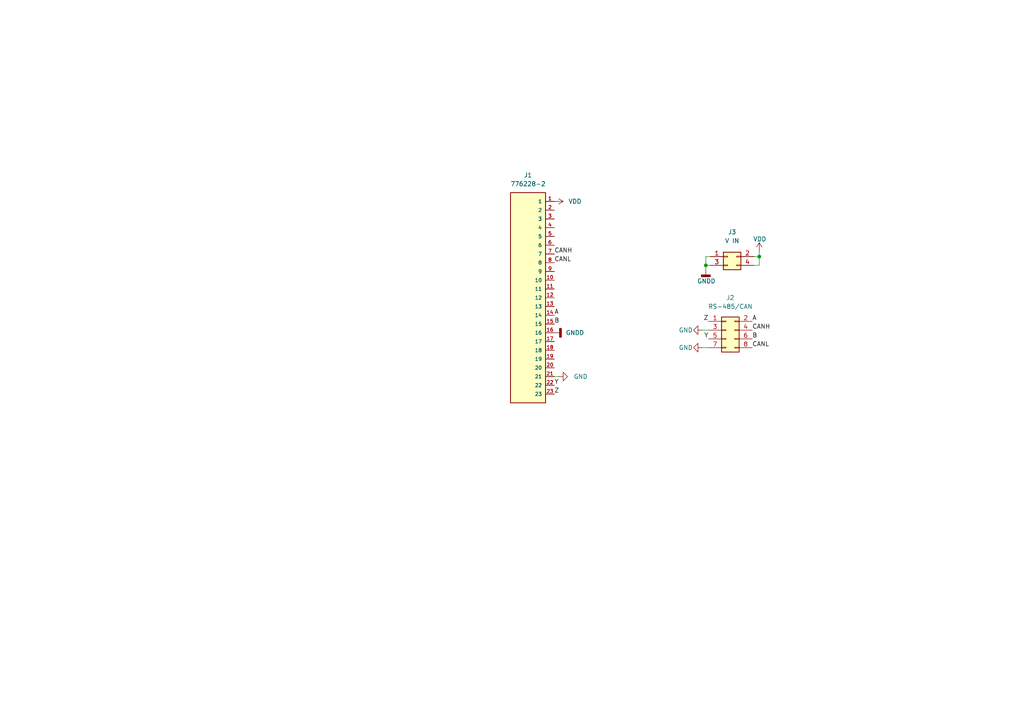
<source format=kicad_sch>
(kicad_sch (version 20211123) (generator eeschema)
  (paper "A4")
  (lib_symbols
    (symbol "Connector_Auto:776228-2" (pin_names (offset 1.016))
      (property "Reference" "J" (at -5.08 28.7274 0))
      (property "Value" "776228-2" (at -5.334 -35.306 0))
      (symbol "776228-2_0_0"
        (rectangle (start -5.08 -33.02) (end 5.08 27.94) (stroke (width 0.254)) (fill (type background)))
        (pin passive line (at 7.62 25.4 180) (length 2.54) (name "1") (number "1"))
        (pin passive line (at 7.62 2.54 180) (length 2.54) (name "10") (number "10"))
        (pin passive line (at 7.62 0 180) (length 2.54) (name "11") (number "11"))
        (pin passive line (at 7.62 -2.54 180) (length 2.54) (name "12") (number "12"))
        (pin passive line (at 7.62 -5.08 180) (length 2.54) (name "13") (number "13"))
        (pin passive line (at 7.62 -7.62 180) (length 2.54) (name "14") (number "14"))
        (pin passive line (at 7.62 -10.16 180) (length 2.54) (name "15") (number "15"))
        (pin passive line (at 7.62 -12.7 180) (length 2.54) (name "16") (number "16"))
        (pin passive line (at 7.62 -15.24 180) (length 2.54) (name "17") (number "17"))
        (pin passive line (at 7.62 -17.78 180) (length 2.54) (name "18") (number "18"))
        (pin passive line (at 7.62 -20.32 180) (length 2.54) (name "19") (number "19"))
        (pin passive line (at 7.62 22.86 180) (length 2.54) (name "2") (number "2"))
        (pin passive line (at 7.62 -22.86 180) (length 2.54) (name "20") (number "20"))
        (pin passive line (at 7.62 -25.4 180) (length 2.54) (name "21") (number "21"))
        (pin passive line (at 7.62 -27.94 180) (length 2.54) (name "22") (number "22"))
        (pin passive line (at 7.62 -30.48 180) (length 2.54) (name "23") (number "23"))
        (pin passive line (at 7.62 20.32 180) (length 2.54) (name "3") (number "3"))
        (pin passive line (at 7.62 17.78 180) (length 2.54) (name "4") (number "4"))
        (pin passive line (at 7.62 15.24 180) (length 2.54) (name "5") (number "5"))
        (pin passive line (at 7.62 12.7 180) (length 2.54) (name "6") (number "6"))
        (pin passive line (at 7.62 10.16 180) (length 2.54) (name "7") (number "7"))
        (pin passive line (at 7.62 7.62 180) (length 2.54) (name "8") (number "8"))
        (pin passive line (at 7.62 5.08 180) (length 2.54) (name "9") (number "9"))
      )
    )
    (symbol "Connector_Generic:Conn_02x02_Odd_Even" (pin_names (offset 1.016) hide)
      (property "Reference" "J" (at 1.27 2.54 0))
      (property "Value" "Conn_02x02_Odd_Even" (at 1.27 -5.08 0))
      (symbol "Conn_02x02_Odd_Even_1_1"
        (rectangle (start -1.27 -2.413) (end 0 -2.667) (stroke (width 0.1524)))
        (rectangle (start -1.27 0.127) (end 0 -0.127) (stroke (width 0.1524)))
        (rectangle (start -1.27 1.27) (end 3.81 -3.81) (stroke (width 0.254)) (fill (type background)))
        (rectangle (start 3.81 -2.413) (end 2.54 -2.667) (stroke (width 0.1524)))
        (rectangle (start 3.81 0.127) (end 2.54 -0.127) (stroke (width 0.1524)))
        (pin passive line (at -5.08 0 0) (length 3.81) (name "Pin_1") (number "1"))
        (pin passive line (at 7.62 0 180) (length 3.81) (name "Pin_2") (number "2"))
        (pin passive line (at -5.08 -2.54 0) (length 3.81) (name "Pin_3") (number "3"))
        (pin passive line (at 7.62 -2.54 180) (length 3.81) (name "Pin_4") (number "4"))
      )
    )
    (symbol "Connector_Generic:Conn_02x04_Odd_Even" (pin_names (offset 1.016) hide)
      (property "Reference" "J" (at 1.27 5.08 0))
      (property "Value" "Conn_02x04_Odd_Even" (at 1.27 -7.62 0))
      (symbol "Conn_02x04_Odd_Even_1_1"
        (rectangle (start -1.27 -4.953) (end 0 -5.207) (stroke (width 0.1524)))
        (rectangle (start -1.27 -2.413) (end 0 -2.667) (stroke (width 0.1524)))
        (rectangle (start -1.27 0.127) (end 0 -0.127) (stroke (width 0.1524)))
        (rectangle (start -1.27 2.667) (end 0 2.413) (stroke (width 0.1524)))
        (rectangle (start -1.27 3.81) (end 3.81 -6.35) (stroke (width 0.254)) (fill (type background)))
        (rectangle (start 3.81 -4.953) (end 2.54 -5.207) (stroke (width 0.1524)))
        (rectangle (start 3.81 -2.413) (end 2.54 -2.667) (stroke (width 0.1524)))
        (rectangle (start 3.81 0.127) (end 2.54 -0.127) (stroke (width 0.1524)))
        (rectangle (start 3.81 2.667) (end 2.54 2.413) (stroke (width 0.1524)))
        (pin passive line (at -5.08 2.54 0) (length 3.81) (name "Pin_1") (number "1"))
        (pin passive line (at 7.62 2.54 180) (length 3.81) (name "Pin_2") (number "2"))
        (pin passive line (at -5.08 0 0) (length 3.81) (name "Pin_3") (number "3"))
        (pin passive line (at 7.62 0 180) (length 3.81) (name "Pin_4") (number "4"))
        (pin passive line (at -5.08 -2.54 0) (length 3.81) (name "Pin_5") (number "5"))
        (pin passive line (at 7.62 -2.54 180) (length 3.81) (name "Pin_6") (number "6"))
        (pin passive line (at -5.08 -5.08 0) (length 3.81) (name "Pin_7") (number "7"))
        (pin passive line (at 7.62 -5.08 180) (length 3.81) (name "Pin_8") (number "8"))
      )
    )
    (symbol "power:GND" (power) (pin_names (offset 0))
      (property "Value" "GND" (at 0 -3.81 0))
      (symbol "GND_0_1"
        (polyline (pts (xy 0 0) (xy 0 -1.27) (xy 1.27 -1.27) (xy 0 -2.54) (xy -1.27 -1.27) (xy 0 -1.27)))
      )
      (symbol "GND_1_1"
        (pin power_in line (at 0 0 270) (length 0) hide (name "GND") (number "1"))
      )
    )
    (symbol "power:GNDD" (power) (pin_names (offset 0))
      (property "Value" "GNDD" (at 0 -3.175 0))
      (symbol "GNDD_0_1"
        (rectangle (start -1.27 -1.524) (end 1.27 -2.032) (stroke (width 0.254)) (fill (type outline)))
        (polyline (pts (xy 0 0) (xy 0 -1.524)))
      )
      (symbol "GNDD_1_1"
        (pin power_in line (at 0 0 270) (length 0) hide (name "GNDD") (number "1"))
      )
    )
    (symbol "power:VDD" (power) (pin_names (offset 0))
      (property "Value" "VDD" (at 0 3.81 0))
      (symbol "VDD_0_1"
        (polyline (pts (xy -0.762 1.27) (xy 0 2.54)))
        (polyline (pts (xy 0 0) (xy 0 2.54)))
        (polyline (pts (xy 0 2.54) (xy 0.762 1.27)))
      )
      (symbol "VDD_1_1"
        (pin power_in line (at 0 0 90) (length 0) hide (name "VDD") (number "1"))
      )
    )
  )
  (junction (at 204.724 76.962))
  (junction (at 220.218 74.422))
  (wire (pts (xy 203.708 95.758) (xy 205.486 95.758)))
  (wire (pts (xy 205.994 76.962) (xy 204.724 76.962)))
  (wire (pts (xy 218.694 76.962) (xy 220.218 76.962)))
  (wire (pts (xy 218.694 74.422) (xy 220.218 74.422)))
  (wire (pts (xy 220.218 74.422) (xy 220.218 76.962)))
  (wire (pts (xy 220.218 72.898) (xy 220.218 74.422)))
  (wire (pts (xy 204.724 74.422) (xy 204.724 76.962)))
  (wire (pts (xy 203.708 100.838) (xy 205.486 100.838)))
  (wire (pts (xy 204.724 76.962) (xy 204.724 78.232)))
  (wire (pts (xy 205.994 74.422) (xy 204.724 74.422)))
  (wire (pts (xy 160.782 109.22) (xy 162.052 109.22)))
  (label "CANL" (at 218.186 100.838 0))
  (label "Y" (at 160.782 111.76 0))
  (label "Y" (at 205.486 98.298 180))
  (label "B" (at 160.782 93.98 0))
  (label "CANH" (at 218.186 95.758 0))
  (label "Z" (at 160.782 114.3 0))
  (label "A" (at 160.782 91.44 0))
  (label "B" (at 218.186 98.298 0))
  (label "A" (at 218.186 93.218 0))
  (label "CANL" (at 160.782 76.2 0))
  (label "Z" (at 205.486 93.218 180))
  (label "CANH" (at 160.782 73.66 0))
  (symbol (lib_id "Connector_Auto:776228-2") (at 153.162 83.82 0) (unit 1)
    (property "Reference" "J1" (at 153.162 50.8 0))
    (property "Value" "776228-2" (at 153.162 53.34 0))
    (property "Footprint" "Connector_Auto:TE_776228-2" (effects hide))
    (property "STANDARD" "STANDARED RECOMENDATION" (effects hide))
    (property "MANUFACTURER" "TE CONNECTIVITY" (effects hide))
    (property "PARTREV" "C13" (effects hide))
  )
  (symbol (lib_id "Connector_Generic:Conn_02x02_Odd_Even") (at 211.074 74.422 0) (unit 1)
    (property "Reference" "J3" (at 212.344 67.31 0))
    (property "Value" "V IN" (at 212.344 69.85 0))
    (property "Footprint" "Connector_Molex:Molex_Micro-Fit_3.0_43045-0412_2x02_P3.00mm_Vertical" (effects hide))
  )
  (symbol (lib_id "power:GND") (at 203.708 100.838 270) (unit 1)
    (property "Reference" "#PWR?" (effects hide))
    (property "Value" "GND" (at 196.85 100.838 90) (effects (justify left)))
  )
  (symbol (lib_id "power:GNDD") (at 160.782 96.52 90) (unit 1)
    (property "Reference" "#PWR02" (effects hide))
    (property "Value" "GNDD" (at 164.084 96.5199 90) (effects (justify right)))
  )
  (symbol (lib_id "power:GND") (at 203.708 95.758 270) (unit 1)
    (property "Reference" "#PWR?" (effects hide))
    (property "Value" "GND" (at 196.85 95.758 90) (effects (justify left)))
  )
  (symbol (lib_id "power:GNDD") (at 204.724 78.232 0) (unit 1)
    (property "Reference" "#PWR03" (effects hide))
    (property "Value" "GNDD" (at 202.184 81.534 0) (effects (justify left)))
  )
  (symbol (lib_id "power:GND") (at 162.052 109.22 90) (unit 1)
    (property "Reference" "#PWR?" (effects hide))
    (property "Value" "GND" (at 166.37 109.2199 90) (effects (justify right)))
  )
  (symbol (lib_id "Connector_Generic:Conn_02x04_Odd_Even") (at 210.566 95.758 0) (unit 1)
    (property "Reference" "J2" (at 211.836 86.36 0))
    (property "Value" "RS-485/CAN" (at 211.836 88.9 0))
    (property "Footprint" "Connector_Molex:Molex_Micro-Fit_3.0_43045-0812_2x04_P3.00mm_Vertical" (effects hide))
  )
  (symbol (lib_id "power:VDD") (at 220.218 72.898 0) (unit 1)
    (property "Reference" "#PWR06" (effects hide))
    (property "Value" "VDD" (at 218.44 69.342 0) (effects (justify left)))
  )
  (symbol (lib_id "power:VDD") (at 160.782 58.42 270) (unit 1)
    (property "Reference" "#PWR01" (effects hide))
    (property "Value" "VDD" (at 164.846 58.4199 90) (effects (justify left)))
  )
)
</source>
